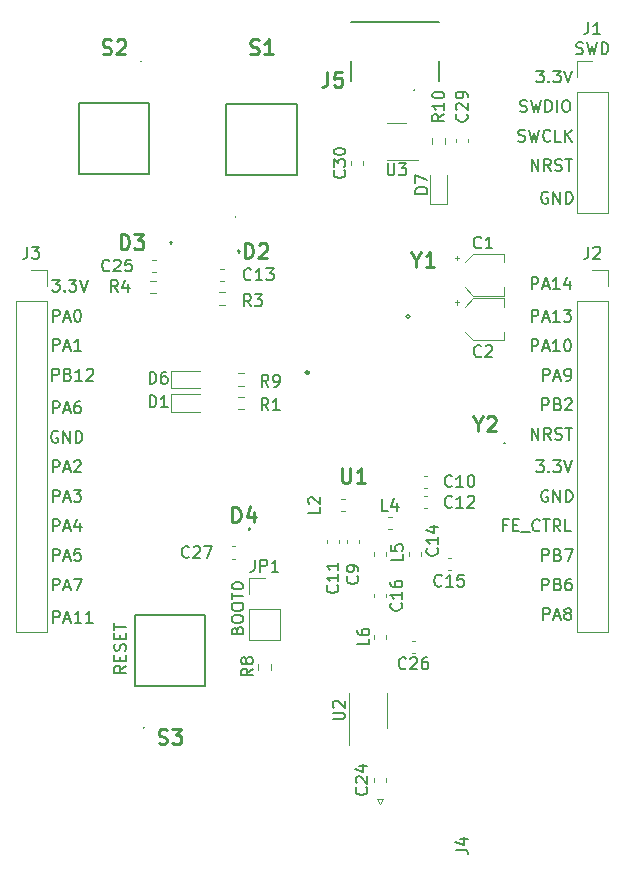
<source format=gbr>
%TF.GenerationSoftware,KiCad,Pcbnew,(6.0.4)*%
%TF.CreationDate,2022-04-26T10:44:58+02:00*%
%TF.ProjectId,MSK_RF,4d534b5f-5246-42e6-9b69-6361645f7063,rev?*%
%TF.SameCoordinates,Original*%
%TF.FileFunction,Legend,Top*%
%TF.FilePolarity,Positive*%
%FSLAX46Y46*%
G04 Gerber Fmt 4.6, Leading zero omitted, Abs format (unit mm)*
G04 Created by KiCad (PCBNEW (6.0.4)) date 2022-04-26 10:44:58*
%MOMM*%
%LPD*%
G01*
G04 APERTURE LIST*
%ADD10C,0.150000*%
%ADD11C,0.254000*%
%ADD12C,0.200000*%
%ADD13C,0.120000*%
%ADD14C,0.250000*%
G04 APERTURE END LIST*
D10*
X41583333Y-105952380D02*
X41583333Y-104952380D01*
X41964285Y-104952380D01*
X42059523Y-105000000D01*
X42107142Y-105047619D01*
X42154761Y-105142857D01*
X42154761Y-105285714D01*
X42107142Y-105380952D01*
X42059523Y-105428571D01*
X41964285Y-105476190D01*
X41583333Y-105476190D01*
X42535714Y-105666666D02*
X43011904Y-105666666D01*
X42440476Y-105952380D02*
X42773809Y-104952380D01*
X43107142Y-105952380D01*
X43869047Y-104952380D02*
X43678571Y-104952380D01*
X43583333Y-105000000D01*
X43535714Y-105047619D01*
X43440476Y-105190476D01*
X43392857Y-105380952D01*
X43392857Y-105761904D01*
X43440476Y-105857142D01*
X43488095Y-105904761D01*
X43583333Y-105952380D01*
X43773809Y-105952380D01*
X43869047Y-105904761D01*
X43916666Y-105857142D01*
X43964285Y-105761904D01*
X43964285Y-105523809D01*
X43916666Y-105428571D01*
X43869047Y-105380952D01*
X43773809Y-105333333D01*
X43583333Y-105333333D01*
X43488095Y-105380952D01*
X43440476Y-105428571D01*
X43392857Y-105523809D01*
X83011904Y-120952380D02*
X83011904Y-119952380D01*
X83392857Y-119952380D01*
X83488095Y-120000000D01*
X83535714Y-120047619D01*
X83583333Y-120142857D01*
X83583333Y-120285714D01*
X83535714Y-120380952D01*
X83488095Y-120428571D01*
X83392857Y-120476190D01*
X83011904Y-120476190D01*
X84345238Y-120428571D02*
X84488095Y-120476190D01*
X84535714Y-120523809D01*
X84583333Y-120619047D01*
X84583333Y-120761904D01*
X84535714Y-120857142D01*
X84488095Y-120904761D01*
X84392857Y-120952380D01*
X84011904Y-120952380D01*
X84011904Y-119952380D01*
X84345238Y-119952380D01*
X84440476Y-120000000D01*
X84488095Y-120047619D01*
X84535714Y-120142857D01*
X84535714Y-120238095D01*
X84488095Y-120333333D01*
X84440476Y-120380952D01*
X84345238Y-120428571D01*
X84011904Y-120428571D01*
X85440476Y-119952380D02*
X85250000Y-119952380D01*
X85154761Y-120000000D01*
X85107142Y-120047619D01*
X85011904Y-120190476D01*
X84964285Y-120380952D01*
X84964285Y-120761904D01*
X85011904Y-120857142D01*
X85059523Y-120904761D01*
X85154761Y-120952380D01*
X85345238Y-120952380D01*
X85440476Y-120904761D01*
X85488095Y-120857142D01*
X85535714Y-120761904D01*
X85535714Y-120523809D01*
X85488095Y-120428571D01*
X85440476Y-120380952D01*
X85345238Y-120333333D01*
X85154761Y-120333333D01*
X85059523Y-120380952D01*
X85011904Y-120428571D01*
X84964285Y-120523809D01*
X83083333Y-123452380D02*
X83083333Y-122452380D01*
X83464285Y-122452380D01*
X83559523Y-122500000D01*
X83607142Y-122547619D01*
X83654761Y-122642857D01*
X83654761Y-122785714D01*
X83607142Y-122880952D01*
X83559523Y-122928571D01*
X83464285Y-122976190D01*
X83083333Y-122976190D01*
X84035714Y-123166666D02*
X84511904Y-123166666D01*
X83940476Y-123452380D02*
X84273809Y-122452380D01*
X84607142Y-123452380D01*
X85083333Y-122880952D02*
X84988095Y-122833333D01*
X84940476Y-122785714D01*
X84892857Y-122690476D01*
X84892857Y-122642857D01*
X84940476Y-122547619D01*
X84988095Y-122500000D01*
X85083333Y-122452380D01*
X85273809Y-122452380D01*
X85369047Y-122500000D01*
X85416666Y-122547619D01*
X85464285Y-122642857D01*
X85464285Y-122690476D01*
X85416666Y-122785714D01*
X85369047Y-122833333D01*
X85273809Y-122880952D01*
X85083333Y-122880952D01*
X84988095Y-122928571D01*
X84940476Y-122976190D01*
X84892857Y-123071428D01*
X84892857Y-123261904D01*
X84940476Y-123357142D01*
X84988095Y-123404761D01*
X85083333Y-123452380D01*
X85273809Y-123452380D01*
X85369047Y-123404761D01*
X85416666Y-123357142D01*
X85464285Y-123261904D01*
X85464285Y-123071428D01*
X85416666Y-122976190D01*
X85369047Y-122928571D01*
X85273809Y-122880952D01*
X41583333Y-120952380D02*
X41583333Y-119952380D01*
X41964285Y-119952380D01*
X42059523Y-120000000D01*
X42107142Y-120047619D01*
X42154761Y-120142857D01*
X42154761Y-120285714D01*
X42107142Y-120380952D01*
X42059523Y-120428571D01*
X41964285Y-120476190D01*
X41583333Y-120476190D01*
X42535714Y-120666666D02*
X43011904Y-120666666D01*
X42440476Y-120952380D02*
X42773809Y-119952380D01*
X43107142Y-120952380D01*
X43345238Y-119952380D02*
X44011904Y-119952380D01*
X43583333Y-120952380D01*
X82523809Y-76952380D02*
X83142857Y-76952380D01*
X82809523Y-77333333D01*
X82952380Y-77333333D01*
X83047619Y-77380952D01*
X83095238Y-77428571D01*
X83142857Y-77523809D01*
X83142857Y-77761904D01*
X83095238Y-77857142D01*
X83047619Y-77904761D01*
X82952380Y-77952380D01*
X82666666Y-77952380D01*
X82571428Y-77904761D01*
X82523809Y-77857142D01*
X83571428Y-77857142D02*
X83619047Y-77904761D01*
X83571428Y-77952380D01*
X83523809Y-77904761D01*
X83571428Y-77857142D01*
X83571428Y-77952380D01*
X83952380Y-76952380D02*
X84571428Y-76952380D01*
X84238095Y-77333333D01*
X84380952Y-77333333D01*
X84476190Y-77380952D01*
X84523809Y-77428571D01*
X84571428Y-77523809D01*
X84571428Y-77761904D01*
X84523809Y-77857142D01*
X84476190Y-77904761D01*
X84380952Y-77952380D01*
X84095238Y-77952380D01*
X84000000Y-77904761D01*
X83952380Y-77857142D01*
X84857142Y-76952380D02*
X85190476Y-77952380D01*
X85523809Y-76952380D01*
X85892857Y-75504761D02*
X86035714Y-75552380D01*
X86273809Y-75552380D01*
X86369047Y-75504761D01*
X86416666Y-75457142D01*
X86464285Y-75361904D01*
X86464285Y-75266666D01*
X86416666Y-75171428D01*
X86369047Y-75123809D01*
X86273809Y-75076190D01*
X86083333Y-75028571D01*
X85988095Y-74980952D01*
X85940476Y-74933333D01*
X85892857Y-74838095D01*
X85892857Y-74742857D01*
X85940476Y-74647619D01*
X85988095Y-74600000D01*
X86083333Y-74552380D01*
X86321428Y-74552380D01*
X86464285Y-74600000D01*
X86797619Y-74552380D02*
X87035714Y-75552380D01*
X87226190Y-74838095D01*
X87416666Y-75552380D01*
X87654761Y-74552380D01*
X88035714Y-75552380D02*
X88035714Y-74552380D01*
X88273809Y-74552380D01*
X88416666Y-74600000D01*
X88511904Y-74695238D01*
X88559523Y-74790476D01*
X88607142Y-74980952D01*
X88607142Y-75123809D01*
X88559523Y-75314285D01*
X88511904Y-75409523D01*
X88416666Y-75504761D01*
X88273809Y-75552380D01*
X88035714Y-75552380D01*
X57178571Y-124333333D02*
X57226190Y-124190476D01*
X57273809Y-124142857D01*
X57369047Y-124095238D01*
X57511904Y-124095238D01*
X57607142Y-124142857D01*
X57654761Y-124190476D01*
X57702380Y-124285714D01*
X57702380Y-124666666D01*
X56702380Y-124666666D01*
X56702380Y-124333333D01*
X56750000Y-124238095D01*
X56797619Y-124190476D01*
X56892857Y-124142857D01*
X56988095Y-124142857D01*
X57083333Y-124190476D01*
X57130952Y-124238095D01*
X57178571Y-124333333D01*
X57178571Y-124666666D01*
X56702380Y-123476190D02*
X56702380Y-123285714D01*
X56750000Y-123190476D01*
X56845238Y-123095238D01*
X57035714Y-123047619D01*
X57369047Y-123047619D01*
X57559523Y-123095238D01*
X57654761Y-123190476D01*
X57702380Y-123285714D01*
X57702380Y-123476190D01*
X57654761Y-123571428D01*
X57559523Y-123666666D01*
X57369047Y-123714285D01*
X57035714Y-123714285D01*
X56845238Y-123666666D01*
X56750000Y-123571428D01*
X56702380Y-123476190D01*
X56702380Y-122428571D02*
X56702380Y-122238095D01*
X56750000Y-122142857D01*
X56845238Y-122047619D01*
X57035714Y-122000000D01*
X57369047Y-122000000D01*
X57559523Y-122047619D01*
X57654761Y-122142857D01*
X57702380Y-122238095D01*
X57702380Y-122428571D01*
X57654761Y-122523809D01*
X57559523Y-122619047D01*
X57369047Y-122666666D01*
X57035714Y-122666666D01*
X56845238Y-122619047D01*
X56750000Y-122523809D01*
X56702380Y-122428571D01*
X56702380Y-121714285D02*
X56702380Y-121142857D01*
X57702380Y-121428571D02*
X56702380Y-121428571D01*
X56702380Y-120619047D02*
X56702380Y-120523809D01*
X56750000Y-120428571D01*
X56797619Y-120380952D01*
X56892857Y-120333333D01*
X57083333Y-120285714D01*
X57321428Y-120285714D01*
X57511904Y-120333333D01*
X57607142Y-120380952D01*
X57654761Y-120428571D01*
X57702380Y-120523809D01*
X57702380Y-120619047D01*
X57654761Y-120714285D01*
X57607142Y-120761904D01*
X57511904Y-120809523D01*
X57321428Y-120857142D01*
X57083333Y-120857142D01*
X56892857Y-120809523D01*
X56797619Y-120761904D01*
X56750000Y-120714285D01*
X56702380Y-120619047D01*
X82107142Y-85452380D02*
X82107142Y-84452380D01*
X82678571Y-85452380D01*
X82678571Y-84452380D01*
X83726190Y-85452380D02*
X83392857Y-84976190D01*
X83154761Y-85452380D02*
X83154761Y-84452380D01*
X83535714Y-84452380D01*
X83630952Y-84500000D01*
X83678571Y-84547619D01*
X83726190Y-84642857D01*
X83726190Y-84785714D01*
X83678571Y-84880952D01*
X83630952Y-84928571D01*
X83535714Y-84976190D01*
X83154761Y-84976190D01*
X84107142Y-85404761D02*
X84250000Y-85452380D01*
X84488095Y-85452380D01*
X84583333Y-85404761D01*
X84630952Y-85357142D01*
X84678571Y-85261904D01*
X84678571Y-85166666D01*
X84630952Y-85071428D01*
X84583333Y-85023809D01*
X84488095Y-84976190D01*
X84297619Y-84928571D01*
X84202380Y-84880952D01*
X84154761Y-84833333D01*
X84107142Y-84738095D01*
X84107142Y-84642857D01*
X84154761Y-84547619D01*
X84202380Y-84500000D01*
X84297619Y-84452380D01*
X84535714Y-84452380D01*
X84678571Y-84500000D01*
X84964285Y-84452380D02*
X85535714Y-84452380D01*
X85250000Y-85452380D02*
X85250000Y-84452380D01*
X41583333Y-115952380D02*
X41583333Y-114952380D01*
X41964285Y-114952380D01*
X42059523Y-115000000D01*
X42107142Y-115047619D01*
X42154761Y-115142857D01*
X42154761Y-115285714D01*
X42107142Y-115380952D01*
X42059523Y-115428571D01*
X41964285Y-115476190D01*
X41583333Y-115476190D01*
X42535714Y-115666666D02*
X43011904Y-115666666D01*
X42440476Y-115952380D02*
X42773809Y-114952380D01*
X43107142Y-115952380D01*
X43869047Y-115285714D02*
X43869047Y-115952380D01*
X43630952Y-114904761D02*
X43392857Y-115619047D01*
X44011904Y-115619047D01*
X41583333Y-100652380D02*
X41583333Y-99652380D01*
X41964285Y-99652380D01*
X42059523Y-99700000D01*
X42107142Y-99747619D01*
X42154761Y-99842857D01*
X42154761Y-99985714D01*
X42107142Y-100080952D01*
X42059523Y-100128571D01*
X41964285Y-100176190D01*
X41583333Y-100176190D01*
X42535714Y-100366666D02*
X43011904Y-100366666D01*
X42440476Y-100652380D02*
X42773809Y-99652380D01*
X43107142Y-100652380D01*
X43964285Y-100652380D02*
X43392857Y-100652380D01*
X43678571Y-100652380D02*
X43678571Y-99652380D01*
X43583333Y-99795238D01*
X43488095Y-99890476D01*
X43392857Y-99938095D01*
X81130952Y-80404761D02*
X81273809Y-80452380D01*
X81511904Y-80452380D01*
X81607142Y-80404761D01*
X81654761Y-80357142D01*
X81702380Y-80261904D01*
X81702380Y-80166666D01*
X81654761Y-80071428D01*
X81607142Y-80023809D01*
X81511904Y-79976190D01*
X81321428Y-79928571D01*
X81226190Y-79880952D01*
X81178571Y-79833333D01*
X81130952Y-79738095D01*
X81130952Y-79642857D01*
X81178571Y-79547619D01*
X81226190Y-79500000D01*
X81321428Y-79452380D01*
X81559523Y-79452380D01*
X81702380Y-79500000D01*
X82035714Y-79452380D02*
X82273809Y-80452380D01*
X82464285Y-79738095D01*
X82654761Y-80452380D01*
X82892857Y-79452380D01*
X83273809Y-80452380D02*
X83273809Y-79452380D01*
X83511904Y-79452380D01*
X83654761Y-79500000D01*
X83750000Y-79595238D01*
X83797619Y-79690476D01*
X83845238Y-79880952D01*
X83845238Y-80023809D01*
X83797619Y-80214285D01*
X83750000Y-80309523D01*
X83654761Y-80404761D01*
X83511904Y-80452380D01*
X83273809Y-80452380D01*
X84273809Y-80452380D02*
X84273809Y-79452380D01*
X84940476Y-79452380D02*
X85130952Y-79452380D01*
X85226190Y-79500000D01*
X85321428Y-79595238D01*
X85369047Y-79785714D01*
X85369047Y-80119047D01*
X85321428Y-80309523D01*
X85226190Y-80404761D01*
X85130952Y-80452380D01*
X84940476Y-80452380D01*
X84845238Y-80404761D01*
X84750000Y-80309523D01*
X84702380Y-80119047D01*
X84702380Y-79785714D01*
X84750000Y-79595238D01*
X84845238Y-79500000D01*
X84940476Y-79452380D01*
X82107142Y-98202380D02*
X82107142Y-97202380D01*
X82488095Y-97202380D01*
X82583333Y-97250000D01*
X82630952Y-97297619D01*
X82678571Y-97392857D01*
X82678571Y-97535714D01*
X82630952Y-97630952D01*
X82583333Y-97678571D01*
X82488095Y-97726190D01*
X82107142Y-97726190D01*
X83059523Y-97916666D02*
X83535714Y-97916666D01*
X82964285Y-98202380D02*
X83297619Y-97202380D01*
X83630952Y-98202380D01*
X84488095Y-98202380D02*
X83916666Y-98202380D01*
X84202380Y-98202380D02*
X84202380Y-97202380D01*
X84107142Y-97345238D01*
X84011904Y-97440476D01*
X83916666Y-97488095D01*
X84821428Y-97202380D02*
X85440476Y-97202380D01*
X85107142Y-97583333D01*
X85250000Y-97583333D01*
X85345238Y-97630952D01*
X85392857Y-97678571D01*
X85440476Y-97773809D01*
X85440476Y-98011904D01*
X85392857Y-98107142D01*
X85345238Y-98154761D01*
X85250000Y-98202380D01*
X84964285Y-98202380D01*
X84869047Y-98154761D01*
X84821428Y-98107142D01*
X82107142Y-108202380D02*
X82107142Y-107202380D01*
X82678571Y-108202380D01*
X82678571Y-107202380D01*
X83726190Y-108202380D02*
X83392857Y-107726190D01*
X83154761Y-108202380D02*
X83154761Y-107202380D01*
X83535714Y-107202380D01*
X83630952Y-107250000D01*
X83678571Y-107297619D01*
X83726190Y-107392857D01*
X83726190Y-107535714D01*
X83678571Y-107630952D01*
X83630952Y-107678571D01*
X83535714Y-107726190D01*
X83154761Y-107726190D01*
X84107142Y-108154761D02*
X84250000Y-108202380D01*
X84488095Y-108202380D01*
X84583333Y-108154761D01*
X84630952Y-108107142D01*
X84678571Y-108011904D01*
X84678571Y-107916666D01*
X84630952Y-107821428D01*
X84583333Y-107773809D01*
X84488095Y-107726190D01*
X84297619Y-107678571D01*
X84202380Y-107630952D01*
X84154761Y-107583333D01*
X84107142Y-107488095D01*
X84107142Y-107392857D01*
X84154761Y-107297619D01*
X84202380Y-107250000D01*
X84297619Y-107202380D01*
X84535714Y-107202380D01*
X84678571Y-107250000D01*
X84964285Y-107202380D02*
X85535714Y-107202380D01*
X85250000Y-108202380D02*
X85250000Y-107202380D01*
X83488095Y-87250000D02*
X83392857Y-87202380D01*
X83250000Y-87202380D01*
X83107142Y-87250000D01*
X83011904Y-87345238D01*
X82964285Y-87440476D01*
X82916666Y-87630952D01*
X82916666Y-87773809D01*
X82964285Y-87964285D01*
X83011904Y-88059523D01*
X83107142Y-88154761D01*
X83250000Y-88202380D01*
X83345238Y-88202380D01*
X83488095Y-88154761D01*
X83535714Y-88107142D01*
X83535714Y-87773809D01*
X83345238Y-87773809D01*
X83964285Y-88202380D02*
X83964285Y-87202380D01*
X84535714Y-88202380D01*
X84535714Y-87202380D01*
X85011904Y-88202380D02*
X85011904Y-87202380D01*
X85250000Y-87202380D01*
X85392857Y-87250000D01*
X85488095Y-87345238D01*
X85535714Y-87440476D01*
X85583333Y-87630952D01*
X85583333Y-87773809D01*
X85535714Y-87964285D01*
X85488095Y-88059523D01*
X85392857Y-88154761D01*
X85250000Y-88202380D01*
X85011904Y-88202380D01*
X82107142Y-100702380D02*
X82107142Y-99702380D01*
X82488095Y-99702380D01*
X82583333Y-99750000D01*
X82630952Y-99797619D01*
X82678571Y-99892857D01*
X82678571Y-100035714D01*
X82630952Y-100130952D01*
X82583333Y-100178571D01*
X82488095Y-100226190D01*
X82107142Y-100226190D01*
X83059523Y-100416666D02*
X83535714Y-100416666D01*
X82964285Y-100702380D02*
X83297619Y-99702380D01*
X83630952Y-100702380D01*
X84488095Y-100702380D02*
X83916666Y-100702380D01*
X84202380Y-100702380D02*
X84202380Y-99702380D01*
X84107142Y-99845238D01*
X84011904Y-99940476D01*
X83916666Y-99988095D01*
X85107142Y-99702380D02*
X85202380Y-99702380D01*
X85297619Y-99750000D01*
X85345238Y-99797619D01*
X85392857Y-99892857D01*
X85440476Y-100083333D01*
X85440476Y-100321428D01*
X85392857Y-100511904D01*
X85345238Y-100607142D01*
X85297619Y-100654761D01*
X85202380Y-100702380D01*
X85107142Y-100702380D01*
X85011904Y-100654761D01*
X84964285Y-100607142D01*
X84916666Y-100511904D01*
X84869047Y-100321428D01*
X84869047Y-100083333D01*
X84916666Y-99892857D01*
X84964285Y-99797619D01*
X85011904Y-99750000D01*
X85107142Y-99702380D01*
X83011904Y-105702380D02*
X83011904Y-104702380D01*
X83392857Y-104702380D01*
X83488095Y-104750000D01*
X83535714Y-104797619D01*
X83583333Y-104892857D01*
X83583333Y-105035714D01*
X83535714Y-105130952D01*
X83488095Y-105178571D01*
X83392857Y-105226190D01*
X83011904Y-105226190D01*
X84345238Y-105178571D02*
X84488095Y-105226190D01*
X84535714Y-105273809D01*
X84583333Y-105369047D01*
X84583333Y-105511904D01*
X84535714Y-105607142D01*
X84488095Y-105654761D01*
X84392857Y-105702380D01*
X84011904Y-105702380D01*
X84011904Y-104702380D01*
X84345238Y-104702380D01*
X84440476Y-104750000D01*
X84488095Y-104797619D01*
X84535714Y-104892857D01*
X84535714Y-104988095D01*
X84488095Y-105083333D01*
X84440476Y-105130952D01*
X84345238Y-105178571D01*
X84011904Y-105178571D01*
X84964285Y-104797619D02*
X85011904Y-104750000D01*
X85107142Y-104702380D01*
X85345238Y-104702380D01*
X85440476Y-104750000D01*
X85488095Y-104797619D01*
X85535714Y-104892857D01*
X85535714Y-104988095D01*
X85488095Y-105130952D01*
X84916666Y-105702380D01*
X85535714Y-105702380D01*
X82107142Y-95452380D02*
X82107142Y-94452380D01*
X82488095Y-94452380D01*
X82583333Y-94500000D01*
X82630952Y-94547619D01*
X82678571Y-94642857D01*
X82678571Y-94785714D01*
X82630952Y-94880952D01*
X82583333Y-94928571D01*
X82488095Y-94976190D01*
X82107142Y-94976190D01*
X83059523Y-95166666D02*
X83535714Y-95166666D01*
X82964285Y-95452380D02*
X83297619Y-94452380D01*
X83630952Y-95452380D01*
X84488095Y-95452380D02*
X83916666Y-95452380D01*
X84202380Y-95452380D02*
X84202380Y-94452380D01*
X84107142Y-94595238D01*
X84011904Y-94690476D01*
X83916666Y-94738095D01*
X85345238Y-94785714D02*
X85345238Y-95452380D01*
X85107142Y-94404761D02*
X84869047Y-95119047D01*
X85488095Y-95119047D01*
X41523809Y-94652380D02*
X42142857Y-94652380D01*
X41809523Y-95033333D01*
X41952380Y-95033333D01*
X42047619Y-95080952D01*
X42095238Y-95128571D01*
X42142857Y-95223809D01*
X42142857Y-95461904D01*
X42095238Y-95557142D01*
X42047619Y-95604761D01*
X41952380Y-95652380D01*
X41666666Y-95652380D01*
X41571428Y-95604761D01*
X41523809Y-95557142D01*
X42571428Y-95557142D02*
X42619047Y-95604761D01*
X42571428Y-95652380D01*
X42523809Y-95604761D01*
X42571428Y-95557142D01*
X42571428Y-95652380D01*
X42952380Y-94652380D02*
X43571428Y-94652380D01*
X43238095Y-95033333D01*
X43380952Y-95033333D01*
X43476190Y-95080952D01*
X43523809Y-95128571D01*
X43571428Y-95223809D01*
X43571428Y-95461904D01*
X43523809Y-95557142D01*
X43476190Y-95604761D01*
X43380952Y-95652380D01*
X43095238Y-95652380D01*
X43000000Y-95604761D01*
X42952380Y-95557142D01*
X43857142Y-94652380D02*
X44190476Y-95652380D01*
X44523809Y-94652380D01*
X41583333Y-118452380D02*
X41583333Y-117452380D01*
X41964285Y-117452380D01*
X42059523Y-117500000D01*
X42107142Y-117547619D01*
X42154761Y-117642857D01*
X42154761Y-117785714D01*
X42107142Y-117880952D01*
X42059523Y-117928571D01*
X41964285Y-117976190D01*
X41583333Y-117976190D01*
X42535714Y-118166666D02*
X43011904Y-118166666D01*
X42440476Y-118452380D02*
X42773809Y-117452380D01*
X43107142Y-118452380D01*
X43916666Y-117452380D02*
X43440476Y-117452380D01*
X43392857Y-117928571D01*
X43440476Y-117880952D01*
X43535714Y-117833333D01*
X43773809Y-117833333D01*
X43869047Y-117880952D01*
X43916666Y-117928571D01*
X43964285Y-118023809D01*
X43964285Y-118261904D01*
X43916666Y-118357142D01*
X43869047Y-118404761D01*
X43773809Y-118452380D01*
X43535714Y-118452380D01*
X43440476Y-118404761D01*
X43392857Y-118357142D01*
X80988095Y-82904761D02*
X81130952Y-82952380D01*
X81369047Y-82952380D01*
X81464285Y-82904761D01*
X81511904Y-82857142D01*
X81559523Y-82761904D01*
X81559523Y-82666666D01*
X81511904Y-82571428D01*
X81464285Y-82523809D01*
X81369047Y-82476190D01*
X81178571Y-82428571D01*
X81083333Y-82380952D01*
X81035714Y-82333333D01*
X80988095Y-82238095D01*
X80988095Y-82142857D01*
X81035714Y-82047619D01*
X81083333Y-82000000D01*
X81178571Y-81952380D01*
X81416666Y-81952380D01*
X81559523Y-82000000D01*
X81892857Y-81952380D02*
X82130952Y-82952380D01*
X82321428Y-82238095D01*
X82511904Y-82952380D01*
X82750000Y-81952380D01*
X83702380Y-82857142D02*
X83654761Y-82904761D01*
X83511904Y-82952380D01*
X83416666Y-82952380D01*
X83273809Y-82904761D01*
X83178571Y-82809523D01*
X83130952Y-82714285D01*
X83083333Y-82523809D01*
X83083333Y-82380952D01*
X83130952Y-82190476D01*
X83178571Y-82095238D01*
X83273809Y-82000000D01*
X83416666Y-81952380D01*
X83511904Y-81952380D01*
X83654761Y-82000000D01*
X83702380Y-82047619D01*
X84607142Y-82952380D02*
X84130952Y-82952380D01*
X84130952Y-81952380D01*
X84940476Y-82952380D02*
X84940476Y-81952380D01*
X85511904Y-82952380D02*
X85083333Y-82380952D01*
X85511904Y-81952380D02*
X84940476Y-82523809D01*
X41583333Y-98202380D02*
X41583333Y-97202380D01*
X41964285Y-97202380D01*
X42059523Y-97250000D01*
X42107142Y-97297619D01*
X42154761Y-97392857D01*
X42154761Y-97535714D01*
X42107142Y-97630952D01*
X42059523Y-97678571D01*
X41964285Y-97726190D01*
X41583333Y-97726190D01*
X42535714Y-97916666D02*
X43011904Y-97916666D01*
X42440476Y-98202380D02*
X42773809Y-97202380D01*
X43107142Y-98202380D01*
X43630952Y-97202380D02*
X43726190Y-97202380D01*
X43821428Y-97250000D01*
X43869047Y-97297619D01*
X43916666Y-97392857D01*
X43964285Y-97583333D01*
X43964285Y-97821428D01*
X43916666Y-98011904D01*
X43869047Y-98107142D01*
X43821428Y-98154761D01*
X43726190Y-98202380D01*
X43630952Y-98202380D01*
X43535714Y-98154761D01*
X43488095Y-98107142D01*
X43440476Y-98011904D01*
X43392857Y-97821428D01*
X43392857Y-97583333D01*
X43440476Y-97392857D01*
X43488095Y-97297619D01*
X43535714Y-97250000D01*
X43630952Y-97202380D01*
X80023809Y-115428571D02*
X79690476Y-115428571D01*
X79690476Y-115952380D02*
X79690476Y-114952380D01*
X80166666Y-114952380D01*
X80547619Y-115428571D02*
X80880952Y-115428571D01*
X81023809Y-115952380D02*
X80547619Y-115952380D01*
X80547619Y-114952380D01*
X81023809Y-114952380D01*
X81214285Y-116047619D02*
X81976190Y-116047619D01*
X82785714Y-115857142D02*
X82738095Y-115904761D01*
X82595238Y-115952380D01*
X82500000Y-115952380D01*
X82357142Y-115904761D01*
X82261904Y-115809523D01*
X82214285Y-115714285D01*
X82166666Y-115523809D01*
X82166666Y-115380952D01*
X82214285Y-115190476D01*
X82261904Y-115095238D01*
X82357142Y-115000000D01*
X82500000Y-114952380D01*
X82595238Y-114952380D01*
X82738095Y-115000000D01*
X82785714Y-115047619D01*
X83071428Y-114952380D02*
X83642857Y-114952380D01*
X83357142Y-115952380D02*
X83357142Y-114952380D01*
X84547619Y-115952380D02*
X84214285Y-115476190D01*
X83976190Y-115952380D02*
X83976190Y-114952380D01*
X84357142Y-114952380D01*
X84452380Y-115000000D01*
X84500000Y-115047619D01*
X84547619Y-115142857D01*
X84547619Y-115285714D01*
X84500000Y-115380952D01*
X84452380Y-115428571D01*
X84357142Y-115476190D01*
X83976190Y-115476190D01*
X85452380Y-115952380D02*
X84976190Y-115952380D01*
X84976190Y-114952380D01*
X41607142Y-123702380D02*
X41607142Y-122702380D01*
X41988095Y-122702380D01*
X42083333Y-122750000D01*
X42130952Y-122797619D01*
X42178571Y-122892857D01*
X42178571Y-123035714D01*
X42130952Y-123130952D01*
X42083333Y-123178571D01*
X41988095Y-123226190D01*
X41607142Y-123226190D01*
X42559523Y-123416666D02*
X43035714Y-123416666D01*
X42464285Y-123702380D02*
X42797619Y-122702380D01*
X43130952Y-123702380D01*
X43988095Y-123702380D02*
X43416666Y-123702380D01*
X43702380Y-123702380D02*
X43702380Y-122702380D01*
X43607142Y-122845238D01*
X43511904Y-122940476D01*
X43416666Y-122988095D01*
X44940476Y-123702380D02*
X44369047Y-123702380D01*
X44654761Y-123702380D02*
X44654761Y-122702380D01*
X44559523Y-122845238D01*
X44464285Y-122940476D01*
X44369047Y-122988095D01*
X41583333Y-110952380D02*
X41583333Y-109952380D01*
X41964285Y-109952380D01*
X42059523Y-110000000D01*
X42107142Y-110047619D01*
X42154761Y-110142857D01*
X42154761Y-110285714D01*
X42107142Y-110380952D01*
X42059523Y-110428571D01*
X41964285Y-110476190D01*
X41583333Y-110476190D01*
X42535714Y-110666666D02*
X43011904Y-110666666D01*
X42440476Y-110952380D02*
X42773809Y-109952380D01*
X43107142Y-110952380D01*
X43392857Y-110047619D02*
X43440476Y-110000000D01*
X43535714Y-109952380D01*
X43773809Y-109952380D01*
X43869047Y-110000000D01*
X43916666Y-110047619D01*
X43964285Y-110142857D01*
X43964285Y-110238095D01*
X43916666Y-110380952D01*
X43345238Y-110952380D01*
X43964285Y-110952380D01*
X47752380Y-127352380D02*
X47276190Y-127685714D01*
X47752380Y-127923809D02*
X46752380Y-127923809D01*
X46752380Y-127542857D01*
X46800000Y-127447619D01*
X46847619Y-127400000D01*
X46942857Y-127352380D01*
X47085714Y-127352380D01*
X47180952Y-127400000D01*
X47228571Y-127447619D01*
X47276190Y-127542857D01*
X47276190Y-127923809D01*
X47228571Y-126923809D02*
X47228571Y-126590476D01*
X47752380Y-126447619D02*
X47752380Y-126923809D01*
X46752380Y-126923809D01*
X46752380Y-126447619D01*
X47704761Y-126066666D02*
X47752380Y-125923809D01*
X47752380Y-125685714D01*
X47704761Y-125590476D01*
X47657142Y-125542857D01*
X47561904Y-125495238D01*
X47466666Y-125495238D01*
X47371428Y-125542857D01*
X47323809Y-125590476D01*
X47276190Y-125685714D01*
X47228571Y-125876190D01*
X47180952Y-125971428D01*
X47133333Y-126019047D01*
X47038095Y-126066666D01*
X46942857Y-126066666D01*
X46847619Y-126019047D01*
X46800000Y-125971428D01*
X46752380Y-125876190D01*
X46752380Y-125638095D01*
X46800000Y-125495238D01*
X47228571Y-125066666D02*
X47228571Y-124733333D01*
X47752380Y-124590476D02*
X47752380Y-125066666D01*
X46752380Y-125066666D01*
X46752380Y-124590476D01*
X46752380Y-124304761D02*
X46752380Y-123733333D01*
X47752380Y-124019047D02*
X46752380Y-124019047D01*
X41583333Y-113452380D02*
X41583333Y-112452380D01*
X41964285Y-112452380D01*
X42059523Y-112500000D01*
X42107142Y-112547619D01*
X42154761Y-112642857D01*
X42154761Y-112785714D01*
X42107142Y-112880952D01*
X42059523Y-112928571D01*
X41964285Y-112976190D01*
X41583333Y-112976190D01*
X42535714Y-113166666D02*
X43011904Y-113166666D01*
X42440476Y-113452380D02*
X42773809Y-112452380D01*
X43107142Y-113452380D01*
X43345238Y-112452380D02*
X43964285Y-112452380D01*
X43630952Y-112833333D01*
X43773809Y-112833333D01*
X43869047Y-112880952D01*
X43916666Y-112928571D01*
X43964285Y-113023809D01*
X43964285Y-113261904D01*
X43916666Y-113357142D01*
X43869047Y-113404761D01*
X43773809Y-113452380D01*
X43488095Y-113452380D01*
X43392857Y-113404761D01*
X43345238Y-113357142D01*
X83011904Y-118452380D02*
X83011904Y-117452380D01*
X83392857Y-117452380D01*
X83488095Y-117500000D01*
X83535714Y-117547619D01*
X83583333Y-117642857D01*
X83583333Y-117785714D01*
X83535714Y-117880952D01*
X83488095Y-117928571D01*
X83392857Y-117976190D01*
X83011904Y-117976190D01*
X84345238Y-117928571D02*
X84488095Y-117976190D01*
X84535714Y-118023809D01*
X84583333Y-118119047D01*
X84583333Y-118261904D01*
X84535714Y-118357142D01*
X84488095Y-118404761D01*
X84392857Y-118452380D01*
X84011904Y-118452380D01*
X84011904Y-117452380D01*
X84345238Y-117452380D01*
X84440476Y-117500000D01*
X84488095Y-117547619D01*
X84535714Y-117642857D01*
X84535714Y-117738095D01*
X84488095Y-117833333D01*
X84440476Y-117880952D01*
X84345238Y-117928571D01*
X84011904Y-117928571D01*
X84916666Y-117452380D02*
X85583333Y-117452380D01*
X85154761Y-118452380D01*
X41988095Y-107500000D02*
X41892857Y-107452380D01*
X41750000Y-107452380D01*
X41607142Y-107500000D01*
X41511904Y-107595238D01*
X41464285Y-107690476D01*
X41416666Y-107880952D01*
X41416666Y-108023809D01*
X41464285Y-108214285D01*
X41511904Y-108309523D01*
X41607142Y-108404761D01*
X41750000Y-108452380D01*
X41845238Y-108452380D01*
X41988095Y-108404761D01*
X42035714Y-108357142D01*
X42035714Y-108023809D01*
X41845238Y-108023809D01*
X42464285Y-108452380D02*
X42464285Y-107452380D01*
X43035714Y-108452380D01*
X43035714Y-107452380D01*
X43511904Y-108452380D02*
X43511904Y-107452380D01*
X43750000Y-107452380D01*
X43892857Y-107500000D01*
X43988095Y-107595238D01*
X44035714Y-107690476D01*
X44083333Y-107880952D01*
X44083333Y-108023809D01*
X44035714Y-108214285D01*
X43988095Y-108309523D01*
X43892857Y-108404761D01*
X43750000Y-108452380D01*
X43511904Y-108452380D01*
X83083333Y-103202380D02*
X83083333Y-102202380D01*
X83464285Y-102202380D01*
X83559523Y-102250000D01*
X83607142Y-102297619D01*
X83654761Y-102392857D01*
X83654761Y-102535714D01*
X83607142Y-102630952D01*
X83559523Y-102678571D01*
X83464285Y-102726190D01*
X83083333Y-102726190D01*
X84035714Y-102916666D02*
X84511904Y-102916666D01*
X83940476Y-103202380D02*
X84273809Y-102202380D01*
X84607142Y-103202380D01*
X84988095Y-103202380D02*
X85178571Y-103202380D01*
X85273809Y-103154761D01*
X85321428Y-103107142D01*
X85416666Y-102964285D01*
X85464285Y-102773809D01*
X85464285Y-102392857D01*
X85416666Y-102297619D01*
X85369047Y-102250000D01*
X85273809Y-102202380D01*
X85083333Y-102202380D01*
X84988095Y-102250000D01*
X84940476Y-102297619D01*
X84892857Y-102392857D01*
X84892857Y-102630952D01*
X84940476Y-102726190D01*
X84988095Y-102773809D01*
X85083333Y-102821428D01*
X85273809Y-102821428D01*
X85369047Y-102773809D01*
X85416666Y-102726190D01*
X85464285Y-102630952D01*
X41535714Y-103202380D02*
X41535714Y-102202380D01*
X41916666Y-102202380D01*
X42011904Y-102250000D01*
X42059523Y-102297619D01*
X42107142Y-102392857D01*
X42107142Y-102535714D01*
X42059523Y-102630952D01*
X42011904Y-102678571D01*
X41916666Y-102726190D01*
X41535714Y-102726190D01*
X42869047Y-102678571D02*
X43011904Y-102726190D01*
X43059523Y-102773809D01*
X43107142Y-102869047D01*
X43107142Y-103011904D01*
X43059523Y-103107142D01*
X43011904Y-103154761D01*
X42916666Y-103202380D01*
X42535714Y-103202380D01*
X42535714Y-102202380D01*
X42869047Y-102202380D01*
X42964285Y-102250000D01*
X43011904Y-102297619D01*
X43059523Y-102392857D01*
X43059523Y-102488095D01*
X43011904Y-102583333D01*
X42964285Y-102630952D01*
X42869047Y-102678571D01*
X42535714Y-102678571D01*
X44059523Y-103202380D02*
X43488095Y-103202380D01*
X43773809Y-103202380D02*
X43773809Y-102202380D01*
X43678571Y-102345238D01*
X43583333Y-102440476D01*
X43488095Y-102488095D01*
X44440476Y-102297619D02*
X44488095Y-102250000D01*
X44583333Y-102202380D01*
X44821428Y-102202380D01*
X44916666Y-102250000D01*
X44964285Y-102297619D01*
X45011904Y-102392857D01*
X45011904Y-102488095D01*
X44964285Y-102630952D01*
X44392857Y-103202380D01*
X45011904Y-103202380D01*
X82523809Y-109952380D02*
X83142857Y-109952380D01*
X82809523Y-110333333D01*
X82952380Y-110333333D01*
X83047619Y-110380952D01*
X83095238Y-110428571D01*
X83142857Y-110523809D01*
X83142857Y-110761904D01*
X83095238Y-110857142D01*
X83047619Y-110904761D01*
X82952380Y-110952380D01*
X82666666Y-110952380D01*
X82571428Y-110904761D01*
X82523809Y-110857142D01*
X83571428Y-110857142D02*
X83619047Y-110904761D01*
X83571428Y-110952380D01*
X83523809Y-110904761D01*
X83571428Y-110857142D01*
X83571428Y-110952380D01*
X83952380Y-109952380D02*
X84571428Y-109952380D01*
X84238095Y-110333333D01*
X84380952Y-110333333D01*
X84476190Y-110380952D01*
X84523809Y-110428571D01*
X84571428Y-110523809D01*
X84571428Y-110761904D01*
X84523809Y-110857142D01*
X84476190Y-110904761D01*
X84380952Y-110952380D01*
X84095238Y-110952380D01*
X84000000Y-110904761D01*
X83952380Y-110857142D01*
X84857142Y-109952380D02*
X85190476Y-110952380D01*
X85523809Y-109952380D01*
X83488095Y-112500000D02*
X83392857Y-112452380D01*
X83250000Y-112452380D01*
X83107142Y-112500000D01*
X83011904Y-112595238D01*
X82964285Y-112690476D01*
X82916666Y-112880952D01*
X82916666Y-113023809D01*
X82964285Y-113214285D01*
X83011904Y-113309523D01*
X83107142Y-113404761D01*
X83250000Y-113452380D01*
X83345238Y-113452380D01*
X83488095Y-113404761D01*
X83535714Y-113357142D01*
X83535714Y-113023809D01*
X83345238Y-113023809D01*
X83964285Y-113452380D02*
X83964285Y-112452380D01*
X84535714Y-113452380D01*
X84535714Y-112452380D01*
X85011904Y-113452380D02*
X85011904Y-112452380D01*
X85250000Y-112452380D01*
X85392857Y-112500000D01*
X85488095Y-112595238D01*
X85535714Y-112690476D01*
X85583333Y-112880952D01*
X85583333Y-113023809D01*
X85535714Y-113214285D01*
X85488095Y-113309523D01*
X85392857Y-113404761D01*
X85250000Y-113452380D01*
X85011904Y-113452380D01*
D11*
%TO.C,D3*%
X47312619Y-92074523D02*
X47312619Y-90804523D01*
X47615000Y-90804523D01*
X47796428Y-90865000D01*
X47917380Y-90985952D01*
X47977857Y-91106904D01*
X48038333Y-91348809D01*
X48038333Y-91530238D01*
X47977857Y-91772142D01*
X47917380Y-91893095D01*
X47796428Y-92014047D01*
X47615000Y-92074523D01*
X47312619Y-92074523D01*
X48461666Y-90804523D02*
X49247857Y-90804523D01*
X48824523Y-91288333D01*
X49005952Y-91288333D01*
X49126904Y-91348809D01*
X49187380Y-91409285D01*
X49247857Y-91530238D01*
X49247857Y-91832619D01*
X49187380Y-91953571D01*
X49126904Y-92014047D01*
X49005952Y-92074523D01*
X48643095Y-92074523D01*
X48522142Y-92014047D01*
X48461666Y-91953571D01*
D10*
%TO.C,C29*%
X76607142Y-80642857D02*
X76654761Y-80690476D01*
X76702380Y-80833333D01*
X76702380Y-80928571D01*
X76654761Y-81071428D01*
X76559523Y-81166666D01*
X76464285Y-81214285D01*
X76273809Y-81261904D01*
X76130952Y-81261904D01*
X75940476Y-81214285D01*
X75845238Y-81166666D01*
X75750000Y-81071428D01*
X75702380Y-80928571D01*
X75702380Y-80833333D01*
X75750000Y-80690476D01*
X75797619Y-80642857D01*
X75797619Y-80261904D02*
X75750000Y-80214285D01*
X75702380Y-80119047D01*
X75702380Y-79880952D01*
X75750000Y-79785714D01*
X75797619Y-79738095D01*
X75892857Y-79690476D01*
X75988095Y-79690476D01*
X76130952Y-79738095D01*
X76702380Y-80309523D01*
X76702380Y-79690476D01*
X76702380Y-79214285D02*
X76702380Y-79023809D01*
X76654761Y-78928571D01*
X76607142Y-78880952D01*
X76464285Y-78785714D01*
X76273809Y-78738095D01*
X75892857Y-78738095D01*
X75797619Y-78785714D01*
X75750000Y-78833333D01*
X75702380Y-78928571D01*
X75702380Y-79119047D01*
X75750000Y-79214285D01*
X75797619Y-79261904D01*
X75892857Y-79309523D01*
X76130952Y-79309523D01*
X76226190Y-79261904D01*
X76273809Y-79214285D01*
X76321428Y-79119047D01*
X76321428Y-78928571D01*
X76273809Y-78833333D01*
X76226190Y-78785714D01*
X76130952Y-78738095D01*
D11*
%TO.C,S2*%
X45782380Y-75514047D02*
X45963809Y-75574523D01*
X46266190Y-75574523D01*
X46387142Y-75514047D01*
X46447619Y-75453571D01*
X46508095Y-75332619D01*
X46508095Y-75211666D01*
X46447619Y-75090714D01*
X46387142Y-75030238D01*
X46266190Y-74969761D01*
X46024285Y-74909285D01*
X45903333Y-74848809D01*
X45842857Y-74788333D01*
X45782380Y-74667380D01*
X45782380Y-74546428D01*
X45842857Y-74425476D01*
X45903333Y-74365000D01*
X46024285Y-74304523D01*
X46326666Y-74304523D01*
X46508095Y-74365000D01*
X46991904Y-74425476D02*
X47052380Y-74365000D01*
X47173333Y-74304523D01*
X47475714Y-74304523D01*
X47596666Y-74365000D01*
X47657142Y-74425476D01*
X47717619Y-74546428D01*
X47717619Y-74667380D01*
X47657142Y-74848809D01*
X46931428Y-75574523D01*
X47717619Y-75574523D01*
D10*
%TO.C,R10*%
X74702380Y-80642857D02*
X74226190Y-80976190D01*
X74702380Y-81214285D02*
X73702380Y-81214285D01*
X73702380Y-80833333D01*
X73750000Y-80738095D01*
X73797619Y-80690476D01*
X73892857Y-80642857D01*
X74035714Y-80642857D01*
X74130952Y-80690476D01*
X74178571Y-80738095D01*
X74226190Y-80833333D01*
X74226190Y-81214285D01*
X74702380Y-79690476D02*
X74702380Y-80261904D01*
X74702380Y-79976190D02*
X73702380Y-79976190D01*
X73845238Y-80071428D01*
X73940476Y-80166666D01*
X73988095Y-80261904D01*
X73702380Y-79071428D02*
X73702380Y-78976190D01*
X73750000Y-78880952D01*
X73797619Y-78833333D01*
X73892857Y-78785714D01*
X74083333Y-78738095D01*
X74321428Y-78738095D01*
X74511904Y-78785714D01*
X74607142Y-78833333D01*
X74654761Y-78880952D01*
X74702380Y-78976190D01*
X74702380Y-79071428D01*
X74654761Y-79166666D01*
X74607142Y-79214285D01*
X74511904Y-79261904D01*
X74321428Y-79309523D01*
X74083333Y-79309523D01*
X73892857Y-79261904D01*
X73797619Y-79214285D01*
X73750000Y-79166666D01*
X73702380Y-79071428D01*
%TO.C,R4*%
X47083333Y-95702380D02*
X46750000Y-95226190D01*
X46511904Y-95702380D02*
X46511904Y-94702380D01*
X46892857Y-94702380D01*
X46988095Y-94750000D01*
X47035714Y-94797619D01*
X47083333Y-94892857D01*
X47083333Y-95035714D01*
X47035714Y-95130952D01*
X46988095Y-95178571D01*
X46892857Y-95226190D01*
X46511904Y-95226190D01*
X47940476Y-95035714D02*
X47940476Y-95702380D01*
X47702380Y-94654761D02*
X47464285Y-95369047D01*
X48083333Y-95369047D01*
D11*
%TO.C,D2*%
X57812619Y-92824523D02*
X57812619Y-91554523D01*
X58115000Y-91554523D01*
X58296428Y-91615000D01*
X58417380Y-91735952D01*
X58477857Y-91856904D01*
X58538333Y-92098809D01*
X58538333Y-92280238D01*
X58477857Y-92522142D01*
X58417380Y-92643095D01*
X58296428Y-92764047D01*
X58115000Y-92824523D01*
X57812619Y-92824523D01*
X59022142Y-91675476D02*
X59082619Y-91615000D01*
X59203571Y-91554523D01*
X59505952Y-91554523D01*
X59626904Y-91615000D01*
X59687380Y-91675476D01*
X59747857Y-91796428D01*
X59747857Y-91917380D01*
X59687380Y-92098809D01*
X58961666Y-92824523D01*
X59747857Y-92824523D01*
D10*
%TO.C,D1*%
X49761904Y-105452380D02*
X49761904Y-104452380D01*
X50000000Y-104452380D01*
X50142857Y-104500000D01*
X50238095Y-104595238D01*
X50285714Y-104690476D01*
X50333333Y-104880952D01*
X50333333Y-105023809D01*
X50285714Y-105214285D01*
X50238095Y-105309523D01*
X50142857Y-105404761D01*
X50000000Y-105452380D01*
X49761904Y-105452380D01*
X51285714Y-105452380D02*
X50714285Y-105452380D01*
X51000000Y-105452380D02*
X51000000Y-104452380D01*
X50904761Y-104595238D01*
X50809523Y-104690476D01*
X50714285Y-104738095D01*
%TO.C,C16*%
X71057142Y-122042857D02*
X71104761Y-122090476D01*
X71152380Y-122233333D01*
X71152380Y-122328571D01*
X71104761Y-122471428D01*
X71009523Y-122566666D01*
X70914285Y-122614285D01*
X70723809Y-122661904D01*
X70580952Y-122661904D01*
X70390476Y-122614285D01*
X70295238Y-122566666D01*
X70200000Y-122471428D01*
X70152380Y-122328571D01*
X70152380Y-122233333D01*
X70200000Y-122090476D01*
X70247619Y-122042857D01*
X71152380Y-121090476D02*
X71152380Y-121661904D01*
X71152380Y-121376190D02*
X70152380Y-121376190D01*
X70295238Y-121471428D01*
X70390476Y-121566666D01*
X70438095Y-121661904D01*
X70152380Y-120233333D02*
X70152380Y-120423809D01*
X70200000Y-120519047D01*
X70247619Y-120566666D01*
X70390476Y-120661904D01*
X70580952Y-120709523D01*
X70961904Y-120709523D01*
X71057142Y-120661904D01*
X71104761Y-120614285D01*
X71152380Y-120519047D01*
X71152380Y-120328571D01*
X71104761Y-120233333D01*
X71057142Y-120185714D01*
X70961904Y-120138095D01*
X70723809Y-120138095D01*
X70628571Y-120185714D01*
X70580952Y-120233333D01*
X70533333Y-120328571D01*
X70533333Y-120519047D01*
X70580952Y-120614285D01*
X70628571Y-120661904D01*
X70723809Y-120709523D01*
%TO.C,L5*%
X71202380Y-117916666D02*
X71202380Y-118392857D01*
X70202380Y-118392857D01*
X70202380Y-117107142D02*
X70202380Y-117583333D01*
X70678571Y-117630952D01*
X70630952Y-117583333D01*
X70583333Y-117488095D01*
X70583333Y-117250000D01*
X70630952Y-117154761D01*
X70678571Y-117107142D01*
X70773809Y-117059523D01*
X71011904Y-117059523D01*
X71107142Y-117107142D01*
X71154761Y-117154761D01*
X71202380Y-117250000D01*
X71202380Y-117488095D01*
X71154761Y-117583333D01*
X71107142Y-117630952D01*
%TO.C,C2*%
X77833333Y-101107142D02*
X77785714Y-101154761D01*
X77642857Y-101202380D01*
X77547619Y-101202380D01*
X77404761Y-101154761D01*
X77309523Y-101059523D01*
X77261904Y-100964285D01*
X77214285Y-100773809D01*
X77214285Y-100630952D01*
X77261904Y-100440476D01*
X77309523Y-100345238D01*
X77404761Y-100250000D01*
X77547619Y-100202380D01*
X77642857Y-100202380D01*
X77785714Y-100250000D01*
X77833333Y-100297619D01*
X78214285Y-100297619D02*
X78261904Y-100250000D01*
X78357142Y-100202380D01*
X78595238Y-100202380D01*
X78690476Y-100250000D01*
X78738095Y-100297619D01*
X78785714Y-100392857D01*
X78785714Y-100488095D01*
X78738095Y-100630952D01*
X78166666Y-101202380D01*
X78785714Y-101202380D01*
%TO.C,R1*%
X59833333Y-105702380D02*
X59500000Y-105226190D01*
X59261904Y-105702380D02*
X59261904Y-104702380D01*
X59642857Y-104702380D01*
X59738095Y-104750000D01*
X59785714Y-104797619D01*
X59833333Y-104892857D01*
X59833333Y-105035714D01*
X59785714Y-105130952D01*
X59738095Y-105178571D01*
X59642857Y-105226190D01*
X59261904Y-105226190D01*
X60785714Y-105702380D02*
X60214285Y-105702380D01*
X60500000Y-105702380D02*
X60500000Y-104702380D01*
X60404761Y-104845238D01*
X60309523Y-104940476D01*
X60214285Y-104988095D01*
D11*
%TO.C,S3*%
X50532380Y-133914047D02*
X50713809Y-133974523D01*
X51016190Y-133974523D01*
X51137142Y-133914047D01*
X51197619Y-133853571D01*
X51258095Y-133732619D01*
X51258095Y-133611666D01*
X51197619Y-133490714D01*
X51137142Y-133430238D01*
X51016190Y-133369761D01*
X50774285Y-133309285D01*
X50653333Y-133248809D01*
X50592857Y-133188333D01*
X50532380Y-133067380D01*
X50532380Y-132946428D01*
X50592857Y-132825476D01*
X50653333Y-132765000D01*
X50774285Y-132704523D01*
X51076666Y-132704523D01*
X51258095Y-132765000D01*
X51681428Y-132704523D02*
X52467619Y-132704523D01*
X52044285Y-133188333D01*
X52225714Y-133188333D01*
X52346666Y-133248809D01*
X52407142Y-133309285D01*
X52467619Y-133430238D01*
X52467619Y-133732619D01*
X52407142Y-133853571D01*
X52346666Y-133914047D01*
X52225714Y-133974523D01*
X51862857Y-133974523D01*
X51741904Y-133914047D01*
X51681428Y-133853571D01*
D10*
%TO.C,R8*%
X58522380Y-127579166D02*
X58046190Y-127912500D01*
X58522380Y-128150595D02*
X57522380Y-128150595D01*
X57522380Y-127769642D01*
X57570000Y-127674404D01*
X57617619Y-127626785D01*
X57712857Y-127579166D01*
X57855714Y-127579166D01*
X57950952Y-127626785D01*
X57998571Y-127674404D01*
X58046190Y-127769642D01*
X58046190Y-128150595D01*
X57950952Y-127007738D02*
X57903333Y-127102976D01*
X57855714Y-127150595D01*
X57760476Y-127198214D01*
X57712857Y-127198214D01*
X57617619Y-127150595D01*
X57570000Y-127102976D01*
X57522380Y-127007738D01*
X57522380Y-126817261D01*
X57570000Y-126722023D01*
X57617619Y-126674404D01*
X57712857Y-126626785D01*
X57760476Y-126626785D01*
X57855714Y-126674404D01*
X57903333Y-126722023D01*
X57950952Y-126817261D01*
X57950952Y-127007738D01*
X57998571Y-127102976D01*
X58046190Y-127150595D01*
X58141428Y-127198214D01*
X58331904Y-127198214D01*
X58427142Y-127150595D01*
X58474761Y-127102976D01*
X58522380Y-127007738D01*
X58522380Y-126817261D01*
X58474761Y-126722023D01*
X58427142Y-126674404D01*
X58331904Y-126626785D01*
X58141428Y-126626785D01*
X58046190Y-126674404D01*
X57998571Y-126722023D01*
X57950952Y-126817261D01*
%TO.C,R9*%
X59833333Y-103702380D02*
X59500000Y-103226190D01*
X59261904Y-103702380D02*
X59261904Y-102702380D01*
X59642857Y-102702380D01*
X59738095Y-102750000D01*
X59785714Y-102797619D01*
X59833333Y-102892857D01*
X59833333Y-103035714D01*
X59785714Y-103130952D01*
X59738095Y-103178571D01*
X59642857Y-103226190D01*
X59261904Y-103226190D01*
X60309523Y-103702380D02*
X60500000Y-103702380D01*
X60595238Y-103654761D01*
X60642857Y-103607142D01*
X60738095Y-103464285D01*
X60785714Y-103273809D01*
X60785714Y-102892857D01*
X60738095Y-102797619D01*
X60690476Y-102750000D01*
X60595238Y-102702380D01*
X60404761Y-102702380D01*
X60309523Y-102750000D01*
X60261904Y-102797619D01*
X60214285Y-102892857D01*
X60214285Y-103130952D01*
X60261904Y-103226190D01*
X60309523Y-103273809D01*
X60404761Y-103321428D01*
X60595238Y-103321428D01*
X60690476Y-103273809D01*
X60738095Y-103226190D01*
X60785714Y-103130952D01*
%TO.C,C24*%
X68107142Y-137642857D02*
X68154761Y-137690476D01*
X68202380Y-137833333D01*
X68202380Y-137928571D01*
X68154761Y-138071428D01*
X68059523Y-138166666D01*
X67964285Y-138214285D01*
X67773809Y-138261904D01*
X67630952Y-138261904D01*
X67440476Y-138214285D01*
X67345238Y-138166666D01*
X67250000Y-138071428D01*
X67202380Y-137928571D01*
X67202380Y-137833333D01*
X67250000Y-137690476D01*
X67297619Y-137642857D01*
X67297619Y-137261904D02*
X67250000Y-137214285D01*
X67202380Y-137119047D01*
X67202380Y-136880952D01*
X67250000Y-136785714D01*
X67297619Y-136738095D01*
X67392857Y-136690476D01*
X67488095Y-136690476D01*
X67630952Y-136738095D01*
X68202380Y-137309523D01*
X68202380Y-136690476D01*
X67535714Y-135833333D02*
X68202380Y-135833333D01*
X67154761Y-136071428D02*
X67869047Y-136309523D01*
X67869047Y-135690476D01*
%TO.C,C25*%
X46357142Y-93857142D02*
X46309523Y-93904761D01*
X46166666Y-93952380D01*
X46071428Y-93952380D01*
X45928571Y-93904761D01*
X45833333Y-93809523D01*
X45785714Y-93714285D01*
X45738095Y-93523809D01*
X45738095Y-93380952D01*
X45785714Y-93190476D01*
X45833333Y-93095238D01*
X45928571Y-93000000D01*
X46071428Y-92952380D01*
X46166666Y-92952380D01*
X46309523Y-93000000D01*
X46357142Y-93047619D01*
X46738095Y-93047619D02*
X46785714Y-93000000D01*
X46880952Y-92952380D01*
X47119047Y-92952380D01*
X47214285Y-93000000D01*
X47261904Y-93047619D01*
X47309523Y-93142857D01*
X47309523Y-93238095D01*
X47261904Y-93380952D01*
X46690476Y-93952380D01*
X47309523Y-93952380D01*
X48214285Y-92952380D02*
X47738095Y-92952380D01*
X47690476Y-93428571D01*
X47738095Y-93380952D01*
X47833333Y-93333333D01*
X48071428Y-93333333D01*
X48166666Y-93380952D01*
X48214285Y-93428571D01*
X48261904Y-93523809D01*
X48261904Y-93761904D01*
X48214285Y-93857142D01*
X48166666Y-93904761D01*
X48071428Y-93952380D01*
X47833333Y-93952380D01*
X47738095Y-93904761D01*
X47690476Y-93857142D01*
%TO.C,U3*%
X69925595Y-84802380D02*
X69925595Y-85611904D01*
X69973214Y-85707142D01*
X70020833Y-85754761D01*
X70116071Y-85802380D01*
X70306547Y-85802380D01*
X70401785Y-85754761D01*
X70449404Y-85707142D01*
X70497023Y-85611904D01*
X70497023Y-84802380D01*
X70877976Y-84802380D02*
X71497023Y-84802380D01*
X71163690Y-85183333D01*
X71306547Y-85183333D01*
X71401785Y-85230952D01*
X71449404Y-85278571D01*
X71497023Y-85373809D01*
X71497023Y-85611904D01*
X71449404Y-85707142D01*
X71401785Y-85754761D01*
X71306547Y-85802380D01*
X71020833Y-85802380D01*
X70925595Y-85754761D01*
X70877976Y-85707142D01*
%TO.C,J4*%
X75702380Y-142915593D02*
X76416666Y-142915593D01*
X76559523Y-142963212D01*
X76654761Y-143058450D01*
X76702380Y-143201307D01*
X76702380Y-143296545D01*
X76035714Y-142010831D02*
X76702380Y-142010831D01*
X75654761Y-142248926D02*
X76369047Y-142487021D01*
X76369047Y-141867974D01*
D11*
%TO.C,U1*%
X66032380Y-110554523D02*
X66032380Y-111582619D01*
X66092857Y-111703571D01*
X66153333Y-111764047D01*
X66274285Y-111824523D01*
X66516190Y-111824523D01*
X66637142Y-111764047D01*
X66697619Y-111703571D01*
X66758095Y-111582619D01*
X66758095Y-110554523D01*
X68028095Y-111824523D02*
X67302380Y-111824523D01*
X67665238Y-111824523D02*
X67665238Y-110554523D01*
X67544285Y-110735952D01*
X67423333Y-110856904D01*
X67302380Y-110917380D01*
D10*
%TO.C,JP1*%
X58666666Y-118372380D02*
X58666666Y-119086666D01*
X58619047Y-119229523D01*
X58523809Y-119324761D01*
X58380952Y-119372380D01*
X58285714Y-119372380D01*
X59142857Y-119372380D02*
X59142857Y-118372380D01*
X59523809Y-118372380D01*
X59619047Y-118420000D01*
X59666666Y-118467619D01*
X59714285Y-118562857D01*
X59714285Y-118705714D01*
X59666666Y-118800952D01*
X59619047Y-118848571D01*
X59523809Y-118896190D01*
X59142857Y-118896190D01*
X60666666Y-119372380D02*
X60095238Y-119372380D01*
X60380952Y-119372380D02*
X60380952Y-118372380D01*
X60285714Y-118515238D01*
X60190476Y-118610476D01*
X60095238Y-118658095D01*
%TO.C,R3*%
X58333333Y-96902380D02*
X58000000Y-96426190D01*
X57761904Y-96902380D02*
X57761904Y-95902380D01*
X58142857Y-95902380D01*
X58238095Y-95950000D01*
X58285714Y-95997619D01*
X58333333Y-96092857D01*
X58333333Y-96235714D01*
X58285714Y-96330952D01*
X58238095Y-96378571D01*
X58142857Y-96426190D01*
X57761904Y-96426190D01*
X58666666Y-95902380D02*
X59285714Y-95902380D01*
X58952380Y-96283333D01*
X59095238Y-96283333D01*
X59190476Y-96330952D01*
X59238095Y-96378571D01*
X59285714Y-96473809D01*
X59285714Y-96711904D01*
X59238095Y-96807142D01*
X59190476Y-96854761D01*
X59095238Y-96902380D01*
X58809523Y-96902380D01*
X58714285Y-96854761D01*
X58666666Y-96807142D01*
%TO.C,C26*%
X71469642Y-127537142D02*
X71422023Y-127584761D01*
X71279166Y-127632380D01*
X71183928Y-127632380D01*
X71041071Y-127584761D01*
X70945833Y-127489523D01*
X70898214Y-127394285D01*
X70850595Y-127203809D01*
X70850595Y-127060952D01*
X70898214Y-126870476D01*
X70945833Y-126775238D01*
X71041071Y-126680000D01*
X71183928Y-126632380D01*
X71279166Y-126632380D01*
X71422023Y-126680000D01*
X71469642Y-126727619D01*
X71850595Y-126727619D02*
X71898214Y-126680000D01*
X71993452Y-126632380D01*
X72231547Y-126632380D01*
X72326785Y-126680000D01*
X72374404Y-126727619D01*
X72422023Y-126822857D01*
X72422023Y-126918095D01*
X72374404Y-127060952D01*
X71802976Y-127632380D01*
X72422023Y-127632380D01*
X73279166Y-126632380D02*
X73088690Y-126632380D01*
X72993452Y-126680000D01*
X72945833Y-126727619D01*
X72850595Y-126870476D01*
X72802976Y-127060952D01*
X72802976Y-127441904D01*
X72850595Y-127537142D01*
X72898214Y-127584761D01*
X72993452Y-127632380D01*
X73183928Y-127632380D01*
X73279166Y-127584761D01*
X73326785Y-127537142D01*
X73374404Y-127441904D01*
X73374404Y-127203809D01*
X73326785Y-127108571D01*
X73279166Y-127060952D01*
X73183928Y-127013333D01*
X72993452Y-127013333D01*
X72898214Y-127060952D01*
X72850595Y-127108571D01*
X72802976Y-127203809D01*
%TO.C,D6*%
X49761904Y-103452380D02*
X49761904Y-102452380D01*
X50000000Y-102452380D01*
X50142857Y-102500000D01*
X50238095Y-102595238D01*
X50285714Y-102690476D01*
X50333333Y-102880952D01*
X50333333Y-103023809D01*
X50285714Y-103214285D01*
X50238095Y-103309523D01*
X50142857Y-103404761D01*
X50000000Y-103452380D01*
X49761904Y-103452380D01*
X51190476Y-102452380D02*
X51000000Y-102452380D01*
X50904761Y-102500000D01*
X50857142Y-102547619D01*
X50761904Y-102690476D01*
X50714285Y-102880952D01*
X50714285Y-103261904D01*
X50761904Y-103357142D01*
X50809523Y-103404761D01*
X50904761Y-103452380D01*
X51095238Y-103452380D01*
X51190476Y-103404761D01*
X51238095Y-103357142D01*
X51285714Y-103261904D01*
X51285714Y-103023809D01*
X51238095Y-102928571D01*
X51190476Y-102880952D01*
X51095238Y-102833333D01*
X50904761Y-102833333D01*
X50809523Y-102880952D01*
X50761904Y-102928571D01*
X50714285Y-103023809D01*
%TO.C,C11*%
X65657142Y-120542857D02*
X65704761Y-120590476D01*
X65752380Y-120733333D01*
X65752380Y-120828571D01*
X65704761Y-120971428D01*
X65609523Y-121066666D01*
X65514285Y-121114285D01*
X65323809Y-121161904D01*
X65180952Y-121161904D01*
X64990476Y-121114285D01*
X64895238Y-121066666D01*
X64800000Y-120971428D01*
X64752380Y-120828571D01*
X64752380Y-120733333D01*
X64800000Y-120590476D01*
X64847619Y-120542857D01*
X65752380Y-119590476D02*
X65752380Y-120161904D01*
X65752380Y-119876190D02*
X64752380Y-119876190D01*
X64895238Y-119971428D01*
X64990476Y-120066666D01*
X65038095Y-120161904D01*
X65752380Y-118638095D02*
X65752380Y-119209523D01*
X65752380Y-118923809D02*
X64752380Y-118923809D01*
X64895238Y-119019047D01*
X64990476Y-119114285D01*
X65038095Y-119209523D01*
%TO.C,D7*%
X73272380Y-87363095D02*
X72272380Y-87363095D01*
X72272380Y-87125000D01*
X72320000Y-86982142D01*
X72415238Y-86886904D01*
X72510476Y-86839285D01*
X72700952Y-86791666D01*
X72843809Y-86791666D01*
X73034285Y-86839285D01*
X73129523Y-86886904D01*
X73224761Y-86982142D01*
X73272380Y-87125000D01*
X73272380Y-87363095D01*
X72272380Y-86458333D02*
X72272380Y-85791666D01*
X73272380Y-86220238D01*
%TO.C,L2*%
X64202380Y-113916666D02*
X64202380Y-114392857D01*
X63202380Y-114392857D01*
X63297619Y-113630952D02*
X63250000Y-113583333D01*
X63202380Y-113488095D01*
X63202380Y-113250000D01*
X63250000Y-113154761D01*
X63297619Y-113107142D01*
X63392857Y-113059523D01*
X63488095Y-113059523D01*
X63630952Y-113107142D01*
X64202380Y-113678571D01*
X64202380Y-113059523D01*
%TO.C,J2*%
X86916666Y-91862380D02*
X86916666Y-92576666D01*
X86869047Y-92719523D01*
X86773809Y-92814761D01*
X86630952Y-92862380D01*
X86535714Y-92862380D01*
X87345238Y-91957619D02*
X87392857Y-91910000D01*
X87488095Y-91862380D01*
X87726190Y-91862380D01*
X87821428Y-91910000D01*
X87869047Y-91957619D01*
X87916666Y-92052857D01*
X87916666Y-92148095D01*
X87869047Y-92290952D01*
X87297619Y-92862380D01*
X87916666Y-92862380D01*
D11*
%TO.C,S1*%
X58282380Y-75514047D02*
X58463809Y-75574523D01*
X58766190Y-75574523D01*
X58887142Y-75514047D01*
X58947619Y-75453571D01*
X59008095Y-75332619D01*
X59008095Y-75211666D01*
X58947619Y-75090714D01*
X58887142Y-75030238D01*
X58766190Y-74969761D01*
X58524285Y-74909285D01*
X58403333Y-74848809D01*
X58342857Y-74788333D01*
X58282380Y-74667380D01*
X58282380Y-74546428D01*
X58342857Y-74425476D01*
X58403333Y-74365000D01*
X58524285Y-74304523D01*
X58826666Y-74304523D01*
X59008095Y-74365000D01*
X60217619Y-75574523D02*
X59491904Y-75574523D01*
X59854761Y-75574523D02*
X59854761Y-74304523D01*
X59733809Y-74485952D01*
X59612857Y-74606904D01*
X59491904Y-74667380D01*
D10*
%TO.C,C1*%
X77833333Y-91907142D02*
X77785714Y-91954761D01*
X77642857Y-92002380D01*
X77547619Y-92002380D01*
X77404761Y-91954761D01*
X77309523Y-91859523D01*
X77261904Y-91764285D01*
X77214285Y-91573809D01*
X77214285Y-91430952D01*
X77261904Y-91240476D01*
X77309523Y-91145238D01*
X77404761Y-91050000D01*
X77547619Y-91002380D01*
X77642857Y-91002380D01*
X77785714Y-91050000D01*
X77833333Y-91097619D01*
X78785714Y-92002380D02*
X78214285Y-92002380D01*
X78500000Y-92002380D02*
X78500000Y-91002380D01*
X78404761Y-91145238D01*
X78309523Y-91240476D01*
X78214285Y-91288095D01*
D11*
%TO.C,Y1*%
X72347238Y-92969761D02*
X72347238Y-93574523D01*
X71923904Y-92304523D02*
X72347238Y-92969761D01*
X72770571Y-92304523D01*
X73859142Y-93574523D02*
X73133428Y-93574523D01*
X73496285Y-93574523D02*
X73496285Y-92304523D01*
X73375333Y-92485952D01*
X73254380Y-92606904D01*
X73133428Y-92667380D01*
D10*
%TO.C,C14*%
X74107142Y-117392857D02*
X74154761Y-117440476D01*
X74202380Y-117583333D01*
X74202380Y-117678571D01*
X74154761Y-117821428D01*
X74059523Y-117916666D01*
X73964285Y-117964285D01*
X73773809Y-118011904D01*
X73630952Y-118011904D01*
X73440476Y-117964285D01*
X73345238Y-117916666D01*
X73250000Y-117821428D01*
X73202380Y-117678571D01*
X73202380Y-117583333D01*
X73250000Y-117440476D01*
X73297619Y-117392857D01*
X74202380Y-116440476D02*
X74202380Y-117011904D01*
X74202380Y-116726190D02*
X73202380Y-116726190D01*
X73345238Y-116821428D01*
X73440476Y-116916666D01*
X73488095Y-117011904D01*
X73535714Y-115583333D02*
X74202380Y-115583333D01*
X73154761Y-115821428D02*
X73869047Y-116059523D01*
X73869047Y-115440476D01*
D11*
%TO.C,J5*%
X64826666Y-77054523D02*
X64826666Y-77961666D01*
X64766190Y-78143095D01*
X64645238Y-78264047D01*
X64463809Y-78324523D01*
X64342857Y-78324523D01*
X66036190Y-77054523D02*
X65431428Y-77054523D01*
X65370952Y-77659285D01*
X65431428Y-77598809D01*
X65552380Y-77538333D01*
X65854761Y-77538333D01*
X65975714Y-77598809D01*
X66036190Y-77659285D01*
X66096666Y-77780238D01*
X66096666Y-78082619D01*
X66036190Y-78203571D01*
X65975714Y-78264047D01*
X65854761Y-78324523D01*
X65552380Y-78324523D01*
X65431428Y-78264047D01*
X65370952Y-78203571D01*
D10*
%TO.C,C12*%
X75357142Y-113857142D02*
X75309523Y-113904761D01*
X75166666Y-113952380D01*
X75071428Y-113952380D01*
X74928571Y-113904761D01*
X74833333Y-113809523D01*
X74785714Y-113714285D01*
X74738095Y-113523809D01*
X74738095Y-113380952D01*
X74785714Y-113190476D01*
X74833333Y-113095238D01*
X74928571Y-113000000D01*
X75071428Y-112952380D01*
X75166666Y-112952380D01*
X75309523Y-113000000D01*
X75357142Y-113047619D01*
X76309523Y-113952380D02*
X75738095Y-113952380D01*
X76023809Y-113952380D02*
X76023809Y-112952380D01*
X75928571Y-113095238D01*
X75833333Y-113190476D01*
X75738095Y-113238095D01*
X76690476Y-113047619D02*
X76738095Y-113000000D01*
X76833333Y-112952380D01*
X77071428Y-112952380D01*
X77166666Y-113000000D01*
X77214285Y-113047619D01*
X77261904Y-113142857D01*
X77261904Y-113238095D01*
X77214285Y-113380952D01*
X76642857Y-113952380D01*
X77261904Y-113952380D01*
%TO.C,C10*%
X75357142Y-112107142D02*
X75309523Y-112154761D01*
X75166666Y-112202380D01*
X75071428Y-112202380D01*
X74928571Y-112154761D01*
X74833333Y-112059523D01*
X74785714Y-111964285D01*
X74738095Y-111773809D01*
X74738095Y-111630952D01*
X74785714Y-111440476D01*
X74833333Y-111345238D01*
X74928571Y-111250000D01*
X75071428Y-111202380D01*
X75166666Y-111202380D01*
X75309523Y-111250000D01*
X75357142Y-111297619D01*
X76309523Y-112202380D02*
X75738095Y-112202380D01*
X76023809Y-112202380D02*
X76023809Y-111202380D01*
X75928571Y-111345238D01*
X75833333Y-111440476D01*
X75738095Y-111488095D01*
X76928571Y-111202380D02*
X77023809Y-111202380D01*
X77119047Y-111250000D01*
X77166666Y-111297619D01*
X77214285Y-111392857D01*
X77261904Y-111583333D01*
X77261904Y-111821428D01*
X77214285Y-112011904D01*
X77166666Y-112107142D01*
X77119047Y-112154761D01*
X77023809Y-112202380D01*
X76928571Y-112202380D01*
X76833333Y-112154761D01*
X76785714Y-112107142D01*
X76738095Y-112011904D01*
X76690476Y-111821428D01*
X76690476Y-111583333D01*
X76738095Y-111392857D01*
X76785714Y-111297619D01*
X76833333Y-111250000D01*
X76928571Y-111202380D01*
%TO.C,U2*%
X65277380Y-131874404D02*
X66086904Y-131874404D01*
X66182142Y-131826785D01*
X66229761Y-131779166D01*
X66277380Y-131683928D01*
X66277380Y-131493452D01*
X66229761Y-131398214D01*
X66182142Y-131350595D01*
X66086904Y-131302976D01*
X65277380Y-131302976D01*
X65372619Y-130874404D02*
X65325000Y-130826785D01*
X65277380Y-130731547D01*
X65277380Y-130493452D01*
X65325000Y-130398214D01*
X65372619Y-130350595D01*
X65467857Y-130302976D01*
X65563095Y-130302976D01*
X65705952Y-130350595D01*
X66277380Y-130922023D01*
X66277380Y-130302976D01*
%TO.C,C13*%
X58357142Y-94607142D02*
X58309523Y-94654761D01*
X58166666Y-94702380D01*
X58071428Y-94702380D01*
X57928571Y-94654761D01*
X57833333Y-94559523D01*
X57785714Y-94464285D01*
X57738095Y-94273809D01*
X57738095Y-94130952D01*
X57785714Y-93940476D01*
X57833333Y-93845238D01*
X57928571Y-93750000D01*
X58071428Y-93702380D01*
X58166666Y-93702380D01*
X58309523Y-93750000D01*
X58357142Y-93797619D01*
X59309523Y-94702380D02*
X58738095Y-94702380D01*
X59023809Y-94702380D02*
X59023809Y-93702380D01*
X58928571Y-93845238D01*
X58833333Y-93940476D01*
X58738095Y-93988095D01*
X59642857Y-93702380D02*
X60261904Y-93702380D01*
X59928571Y-94083333D01*
X60071428Y-94083333D01*
X60166666Y-94130952D01*
X60214285Y-94178571D01*
X60261904Y-94273809D01*
X60261904Y-94511904D01*
X60214285Y-94607142D01*
X60166666Y-94654761D01*
X60071428Y-94702380D01*
X59785714Y-94702380D01*
X59690476Y-94654761D01*
X59642857Y-94607142D01*
%TO.C,C27*%
X53107142Y-118107142D02*
X53059523Y-118154761D01*
X52916666Y-118202380D01*
X52821428Y-118202380D01*
X52678571Y-118154761D01*
X52583333Y-118059523D01*
X52535714Y-117964285D01*
X52488095Y-117773809D01*
X52488095Y-117630952D01*
X52535714Y-117440476D01*
X52583333Y-117345238D01*
X52678571Y-117250000D01*
X52821428Y-117202380D01*
X52916666Y-117202380D01*
X53059523Y-117250000D01*
X53107142Y-117297619D01*
X53488095Y-117297619D02*
X53535714Y-117250000D01*
X53630952Y-117202380D01*
X53869047Y-117202380D01*
X53964285Y-117250000D01*
X54011904Y-117297619D01*
X54059523Y-117392857D01*
X54059523Y-117488095D01*
X54011904Y-117630952D01*
X53440476Y-118202380D01*
X54059523Y-118202380D01*
X54392857Y-117202380D02*
X55059523Y-117202380D01*
X54630952Y-118202380D01*
%TO.C,L4*%
X69958333Y-114202380D02*
X69482142Y-114202380D01*
X69482142Y-113202380D01*
X70720238Y-113535714D02*
X70720238Y-114202380D01*
X70482142Y-113154761D02*
X70244047Y-113869047D01*
X70863095Y-113869047D01*
D11*
%TO.C,D4*%
X56762619Y-115174523D02*
X56762619Y-113904523D01*
X57065000Y-113904523D01*
X57246428Y-113965000D01*
X57367380Y-114085952D01*
X57427857Y-114206904D01*
X57488333Y-114448809D01*
X57488333Y-114630238D01*
X57427857Y-114872142D01*
X57367380Y-114993095D01*
X57246428Y-115114047D01*
X57065000Y-115174523D01*
X56762619Y-115174523D01*
X58576904Y-114327857D02*
X58576904Y-115174523D01*
X58274523Y-113844047D02*
X57972142Y-114751190D01*
X58758333Y-114751190D01*
D10*
%TO.C,C15*%
X74494642Y-120537142D02*
X74447023Y-120584761D01*
X74304166Y-120632380D01*
X74208928Y-120632380D01*
X74066071Y-120584761D01*
X73970833Y-120489523D01*
X73923214Y-120394285D01*
X73875595Y-120203809D01*
X73875595Y-120060952D01*
X73923214Y-119870476D01*
X73970833Y-119775238D01*
X74066071Y-119680000D01*
X74208928Y-119632380D01*
X74304166Y-119632380D01*
X74447023Y-119680000D01*
X74494642Y-119727619D01*
X75447023Y-120632380D02*
X74875595Y-120632380D01*
X75161309Y-120632380D02*
X75161309Y-119632380D01*
X75066071Y-119775238D01*
X74970833Y-119870476D01*
X74875595Y-119918095D01*
X76351785Y-119632380D02*
X75875595Y-119632380D01*
X75827976Y-120108571D01*
X75875595Y-120060952D01*
X75970833Y-120013333D01*
X76208928Y-120013333D01*
X76304166Y-120060952D01*
X76351785Y-120108571D01*
X76399404Y-120203809D01*
X76399404Y-120441904D01*
X76351785Y-120537142D01*
X76304166Y-120584761D01*
X76208928Y-120632380D01*
X75970833Y-120632380D01*
X75875595Y-120584761D01*
X75827976Y-120537142D01*
%TO.C,C9*%
X67357142Y-119766666D02*
X67404761Y-119814285D01*
X67452380Y-119957142D01*
X67452380Y-120052380D01*
X67404761Y-120195238D01*
X67309523Y-120290476D01*
X67214285Y-120338095D01*
X67023809Y-120385714D01*
X66880952Y-120385714D01*
X66690476Y-120338095D01*
X66595238Y-120290476D01*
X66500000Y-120195238D01*
X66452380Y-120052380D01*
X66452380Y-119957142D01*
X66500000Y-119814285D01*
X66547619Y-119766666D01*
X67452380Y-119290476D02*
X67452380Y-119100000D01*
X67404761Y-119004761D01*
X67357142Y-118957142D01*
X67214285Y-118861904D01*
X67023809Y-118814285D01*
X66642857Y-118814285D01*
X66547619Y-118861904D01*
X66500000Y-118909523D01*
X66452380Y-119004761D01*
X66452380Y-119195238D01*
X66500000Y-119290476D01*
X66547619Y-119338095D01*
X66642857Y-119385714D01*
X66880952Y-119385714D01*
X66976190Y-119338095D01*
X67023809Y-119290476D01*
X67071428Y-119195238D01*
X67071428Y-119004761D01*
X67023809Y-118909523D01*
X66976190Y-118861904D01*
X66880952Y-118814285D01*
%TO.C,C30*%
X66252142Y-85405357D02*
X66299761Y-85452976D01*
X66347380Y-85595833D01*
X66347380Y-85691071D01*
X66299761Y-85833928D01*
X66204523Y-85929166D01*
X66109285Y-85976785D01*
X65918809Y-86024404D01*
X65775952Y-86024404D01*
X65585476Y-85976785D01*
X65490238Y-85929166D01*
X65395000Y-85833928D01*
X65347380Y-85691071D01*
X65347380Y-85595833D01*
X65395000Y-85452976D01*
X65442619Y-85405357D01*
X65347380Y-85072023D02*
X65347380Y-84452976D01*
X65728333Y-84786309D01*
X65728333Y-84643452D01*
X65775952Y-84548214D01*
X65823571Y-84500595D01*
X65918809Y-84452976D01*
X66156904Y-84452976D01*
X66252142Y-84500595D01*
X66299761Y-84548214D01*
X66347380Y-84643452D01*
X66347380Y-84929166D01*
X66299761Y-85024404D01*
X66252142Y-85072023D01*
X65347380Y-83833928D02*
X65347380Y-83738690D01*
X65395000Y-83643452D01*
X65442619Y-83595833D01*
X65537857Y-83548214D01*
X65728333Y-83500595D01*
X65966428Y-83500595D01*
X66156904Y-83548214D01*
X66252142Y-83595833D01*
X66299761Y-83643452D01*
X66347380Y-83738690D01*
X66347380Y-83833928D01*
X66299761Y-83929166D01*
X66252142Y-83976785D01*
X66156904Y-84024404D01*
X65966428Y-84072023D01*
X65728333Y-84072023D01*
X65537857Y-84024404D01*
X65442619Y-83976785D01*
X65395000Y-83929166D01*
X65347380Y-83833928D01*
%TO.C,L6*%
X68352380Y-125041666D02*
X68352380Y-125517857D01*
X67352380Y-125517857D01*
X67352380Y-124279761D02*
X67352380Y-124470238D01*
X67400000Y-124565476D01*
X67447619Y-124613095D01*
X67590476Y-124708333D01*
X67780952Y-124755952D01*
X68161904Y-124755952D01*
X68257142Y-124708333D01*
X68304761Y-124660714D01*
X68352380Y-124565476D01*
X68352380Y-124375000D01*
X68304761Y-124279761D01*
X68257142Y-124232142D01*
X68161904Y-124184523D01*
X67923809Y-124184523D01*
X67828571Y-124232142D01*
X67780952Y-124279761D01*
X67733333Y-124375000D01*
X67733333Y-124565476D01*
X67780952Y-124660714D01*
X67828571Y-124708333D01*
X67923809Y-124755952D01*
D11*
%TO.C,Y2*%
X77570238Y-106869761D02*
X77570238Y-107474523D01*
X77146904Y-106204523D02*
X77570238Y-106869761D01*
X77993571Y-106204523D01*
X78356428Y-106325476D02*
X78416904Y-106265000D01*
X78537857Y-106204523D01*
X78840238Y-106204523D01*
X78961190Y-106265000D01*
X79021666Y-106325476D01*
X79082142Y-106446428D01*
X79082142Y-106567380D01*
X79021666Y-106748809D01*
X78295952Y-107474523D01*
X79082142Y-107474523D01*
D10*
%TO.C,J1*%
X86916666Y-72852380D02*
X86916666Y-73566666D01*
X86869047Y-73709523D01*
X86773809Y-73804761D01*
X86630952Y-73852380D01*
X86535714Y-73852380D01*
X87916666Y-73852380D02*
X87345238Y-73852380D01*
X87630952Y-73852380D02*
X87630952Y-72852380D01*
X87535714Y-72995238D01*
X87440476Y-73090476D01*
X87345238Y-73138095D01*
%TO.C,J3*%
X39416666Y-91862380D02*
X39416666Y-92576666D01*
X39369047Y-92719523D01*
X39273809Y-92814761D01*
X39130952Y-92862380D01*
X39035714Y-92862380D01*
X39797619Y-91862380D02*
X40416666Y-91862380D01*
X40083333Y-92243333D01*
X40226190Y-92243333D01*
X40321428Y-92290952D01*
X40369047Y-92338571D01*
X40416666Y-92433809D01*
X40416666Y-92671904D01*
X40369047Y-92767142D01*
X40321428Y-92814761D01*
X40226190Y-92862380D01*
X39940476Y-92862380D01*
X39845238Y-92814761D01*
X39797619Y-92767142D01*
D12*
%TO.C,D3*%
X51556000Y-91600000D02*
X51556000Y-91600000D01*
X51556000Y-91400000D02*
X51556000Y-91400000D01*
X51556000Y-91600000D02*
G75*
G03*
X51556000Y-91400000I0J100000D01*
G01*
X51556000Y-91400000D02*
G75*
G03*
X51556000Y-91600000I0J-100000D01*
G01*
D13*
%TO.C,C29*%
X76735000Y-83008767D02*
X76735000Y-82716233D01*
X75715000Y-83008767D02*
X75715000Y-82716233D01*
D12*
%TO.C,S2*%
X43750000Y-85700000D02*
X49750000Y-85700000D01*
X49750000Y-79700000D02*
X43750000Y-79700000D01*
X49750000Y-85700000D02*
X49750000Y-79700000D01*
X43750000Y-79700000D02*
X43750000Y-85700000D01*
X49052000Y-76161000D02*
G75*
G03*
X49052000Y-76161000I-52000J0D01*
G01*
D13*
%TO.C,R10*%
X74747500Y-82657776D02*
X74747500Y-83167224D01*
X73702500Y-82657776D02*
X73702500Y-83167224D01*
%TO.C,R4*%
X49832776Y-95772500D02*
X50342224Y-95772500D01*
X49832776Y-94727500D02*
X50342224Y-94727500D01*
D12*
%TO.C,D2*%
X57306000Y-92350000D02*
X57306000Y-92350000D01*
X57306000Y-92150000D02*
X57306000Y-92150000D01*
X57306000Y-92150000D02*
G75*
G03*
X57306000Y-92350000I0J-100000D01*
G01*
X57306000Y-92350000D02*
G75*
G03*
X57306000Y-92150000I0J100000D01*
G01*
D13*
%TO.C,D1*%
X54075000Y-104365000D02*
X51615000Y-104365000D01*
X51615000Y-105835000D02*
X54075000Y-105835000D01*
X51615000Y-104365000D02*
X51615000Y-105835000D01*
%TO.C,C16*%
X69760000Y-121533767D02*
X69760000Y-121241233D01*
X68740000Y-121533767D02*
X68740000Y-121241233D01*
%TO.C,L5*%
X69760000Y-117703733D02*
X69760000Y-118046267D01*
X68740000Y-117703733D02*
X68740000Y-118046267D01*
%TO.C,C2*%
X75625000Y-96565000D02*
X76000000Y-96565000D01*
X79760000Y-96240000D02*
X79760000Y-96940000D01*
X76429437Y-99060000D02*
X77129437Y-99760000D01*
X75812500Y-96377500D02*
X75812500Y-96752500D01*
X77129437Y-99760000D02*
X79760000Y-99760000D01*
X79760000Y-99760000D02*
X79760000Y-99060000D01*
X77129437Y-96240000D02*
X79760000Y-96240000D01*
X76429437Y-96940000D02*
X77129437Y-96240000D01*
%TO.C,R1*%
X57742224Y-105622500D02*
X57232776Y-105622500D01*
X57742224Y-104577500D02*
X57232776Y-104577500D01*
D12*
%TO.C,S3*%
X54500000Y-123050000D02*
X48500000Y-123050000D01*
X54500000Y-129050000D02*
X54500000Y-123050000D01*
X48500000Y-123050000D02*
X48500000Y-129050000D01*
X48500000Y-129050000D02*
X54500000Y-129050000D01*
X49302000Y-132589000D02*
G75*
G03*
X49302000Y-132589000I-52000J0D01*
G01*
D13*
%TO.C,R8*%
X58977500Y-127667224D02*
X58977500Y-127157776D01*
X60022500Y-127667224D02*
X60022500Y-127157776D01*
%TO.C,R9*%
X57742224Y-103622500D02*
X57232776Y-103622500D01*
X57742224Y-102577500D02*
X57232776Y-102577500D01*
%TO.C,C24*%
X69760000Y-137146267D02*
X69760000Y-136853733D01*
X68740000Y-137146267D02*
X68740000Y-136853733D01*
%TO.C,C25*%
X50283767Y-94010000D02*
X49991233Y-94010000D01*
X50283767Y-92990000D02*
X49991233Y-92990000D01*
%TO.C,U3*%
X70687500Y-84510000D02*
X72487500Y-84510000D01*
X70687500Y-84510000D02*
X69887500Y-84510000D01*
X70687500Y-81390000D02*
X69887500Y-81390000D01*
X70687500Y-81390000D02*
X71487500Y-81390000D01*
%TO.C,J4*%
X69250000Y-139082260D02*
X69000000Y-138582260D01*
X69500000Y-138582260D02*
X69250000Y-139082260D01*
X69000000Y-138582260D02*
X69500000Y-138582260D01*
D14*
%TO.C,U1*%
X63250000Y-102500000D02*
G75*
G03*
X63250000Y-102500000I-125000J0D01*
G01*
D13*
%TO.C,JP1*%
X58170000Y-125120000D02*
X60830000Y-125120000D01*
X58170000Y-119920000D02*
X59500000Y-119920000D01*
X60830000Y-122520000D02*
X60830000Y-125120000D01*
X58170000Y-121250000D02*
X58170000Y-119920000D01*
X58170000Y-122520000D02*
X58170000Y-125120000D01*
X58170000Y-122520000D02*
X60830000Y-122520000D01*
%TO.C,R3*%
X55657776Y-95727500D02*
X56167224Y-95727500D01*
X55657776Y-96772500D02*
X56167224Y-96772500D01*
%TO.C,C26*%
X72258767Y-126260000D02*
X71966233Y-126260000D01*
X72258767Y-125240000D02*
X71966233Y-125240000D01*
%TO.C,D6*%
X51615000Y-102365000D02*
X51615000Y-103835000D01*
X54075000Y-102365000D02*
X51615000Y-102365000D01*
X51615000Y-103835000D02*
X54075000Y-103835000D01*
%TO.C,C11*%
X65810000Y-116678733D02*
X65810000Y-116971267D01*
X64790000Y-116678733D02*
X64790000Y-116971267D01*
%TO.C,D7*%
X73515000Y-88285000D02*
X74985000Y-88285000D01*
X73515000Y-85825000D02*
X73515000Y-88285000D01*
X74985000Y-88285000D02*
X74985000Y-85825000D01*
%TO.C,L2*%
X66346267Y-113202500D02*
X66003733Y-113202500D01*
X66346267Y-114222500D02*
X66003733Y-114222500D01*
%TO.C,J2*%
X88580000Y-93850000D02*
X88580000Y-95180000D01*
X85920000Y-96450000D02*
X88580000Y-96450000D01*
X88580000Y-96450000D02*
X88580000Y-124450000D01*
X87250000Y-93850000D02*
X88580000Y-93850000D01*
X85920000Y-124450000D02*
X88580000Y-124450000D01*
X85920000Y-96450000D02*
X85920000Y-124450000D01*
D12*
%TO.C,S1*%
X62250000Y-79800000D02*
X56250000Y-79800000D01*
X56250000Y-79800000D02*
X56250000Y-85800000D01*
X62250000Y-85800000D02*
X62250000Y-79800000D01*
X56250000Y-85800000D02*
X62250000Y-85800000D01*
X57052000Y-89339000D02*
G75*
G03*
X57052000Y-89339000I-52000J0D01*
G01*
D13*
%TO.C,C1*%
X77129437Y-92490000D02*
X79760000Y-92490000D01*
X77129437Y-96010000D02*
X79760000Y-96010000D01*
X79760000Y-92490000D02*
X79760000Y-93190000D01*
X75625000Y-92815000D02*
X76000000Y-92815000D01*
X76429437Y-95310000D02*
X77129437Y-96010000D01*
X75812500Y-92627500D02*
X75812500Y-93002500D01*
X76429437Y-93190000D02*
X77129437Y-92490000D01*
X79760000Y-96010000D02*
X79760000Y-95310000D01*
D12*
%TO.C,Y1*%
X71811270Y-97786000D02*
G75*
G03*
X71811270Y-97786000I-158270J0D01*
G01*
D13*
%TO.C,C14*%
X71740000Y-118008767D02*
X71740000Y-117716233D01*
X72760000Y-118008767D02*
X72760000Y-117716233D01*
D12*
%TO.C,J5*%
X66797500Y-72800000D02*
X74297500Y-72800000D01*
X74297500Y-77800000D02*
X74297500Y-76173000D01*
X66797500Y-77800000D02*
X66797500Y-76173000D01*
X72165390Y-78590000D02*
G75*
G03*
X72165390Y-78590000I-45890J0D01*
G01*
D13*
%TO.C,C12*%
X73258767Y-112990000D02*
X72966233Y-112990000D01*
X73258767Y-114010000D02*
X72966233Y-114010000D01*
%TO.C,C10*%
X73258767Y-111240000D02*
X72966233Y-111240000D01*
X73258767Y-112260000D02*
X72966233Y-112260000D01*
%TO.C,U2*%
X69885000Y-131112500D02*
X69885000Y-132612500D01*
X66665000Y-131112500D02*
X66665000Y-134037500D01*
X69885000Y-131112500D02*
X69885000Y-129612500D01*
X66665000Y-131112500D02*
X66665000Y-129612500D01*
%TO.C,C13*%
X56033767Y-93740000D02*
X55741233Y-93740000D01*
X56033767Y-94760000D02*
X55741233Y-94760000D01*
%TO.C,C27*%
X56716233Y-118260000D02*
X57008767Y-118260000D01*
X56716233Y-117240000D02*
X57008767Y-117240000D01*
%TO.C,L4*%
X70296267Y-114740000D02*
X69953733Y-114740000D01*
X70296267Y-115760000D02*
X69953733Y-115760000D01*
D12*
%TO.C,D4*%
X58212000Y-115650000D02*
X58212000Y-115650000D01*
X58212000Y-115850000D02*
X58212000Y-115850000D01*
X58212000Y-115650000D02*
G75*
G03*
X58212000Y-115850000I0J-100000D01*
G01*
X58212000Y-115850000D02*
G75*
G03*
X58212000Y-115650000I0J100000D01*
G01*
D13*
%TO.C,C15*%
X75283767Y-119260000D02*
X74991233Y-119260000D01*
X75283767Y-118240000D02*
X74991233Y-118240000D01*
%TO.C,C9*%
X66490000Y-116691233D02*
X66490000Y-116983767D01*
X67510000Y-116691233D02*
X67510000Y-116983767D01*
%TO.C,C30*%
X67835000Y-84908767D02*
X67835000Y-84616233D01*
X66815000Y-84908767D02*
X66815000Y-84616233D01*
%TO.C,L6*%
X68740000Y-124703733D02*
X68740000Y-125046267D01*
X69760000Y-124703733D02*
X69760000Y-125046267D01*
D12*
%TO.C,Y2*%
X79875000Y-108500000D02*
X79875000Y-108500000D01*
X79875000Y-108500000D02*
X79775000Y-108500000D01*
X79775000Y-108500000D02*
X79775000Y-108500000D01*
X79775000Y-108500000D02*
G75*
G03*
X79875000Y-108500000I50000J0D01*
G01*
X79875000Y-108500000D02*
G75*
G03*
X79775000Y-108500000I-50000J0D01*
G01*
D13*
%TO.C,J1*%
X85920000Y-78770000D02*
X85920000Y-88990000D01*
X85920000Y-88990000D02*
X88580000Y-88990000D01*
X85920000Y-78770000D02*
X88580000Y-78770000D01*
X85920000Y-76170000D02*
X87250000Y-76170000D01*
X85920000Y-77500000D02*
X85920000Y-76170000D01*
X88580000Y-78770000D02*
X88580000Y-88990000D01*
%TO.C,J3*%
X41080000Y-93850000D02*
X41080000Y-95180000D01*
X38420000Y-96450000D02*
X38420000Y-124450000D01*
X38420000Y-96450000D02*
X41080000Y-96450000D01*
X41080000Y-96450000D02*
X41080000Y-124450000D01*
X38420000Y-124450000D02*
X41080000Y-124450000D01*
X39750000Y-93850000D02*
X41080000Y-93850000D01*
%TD*%
M02*

</source>
